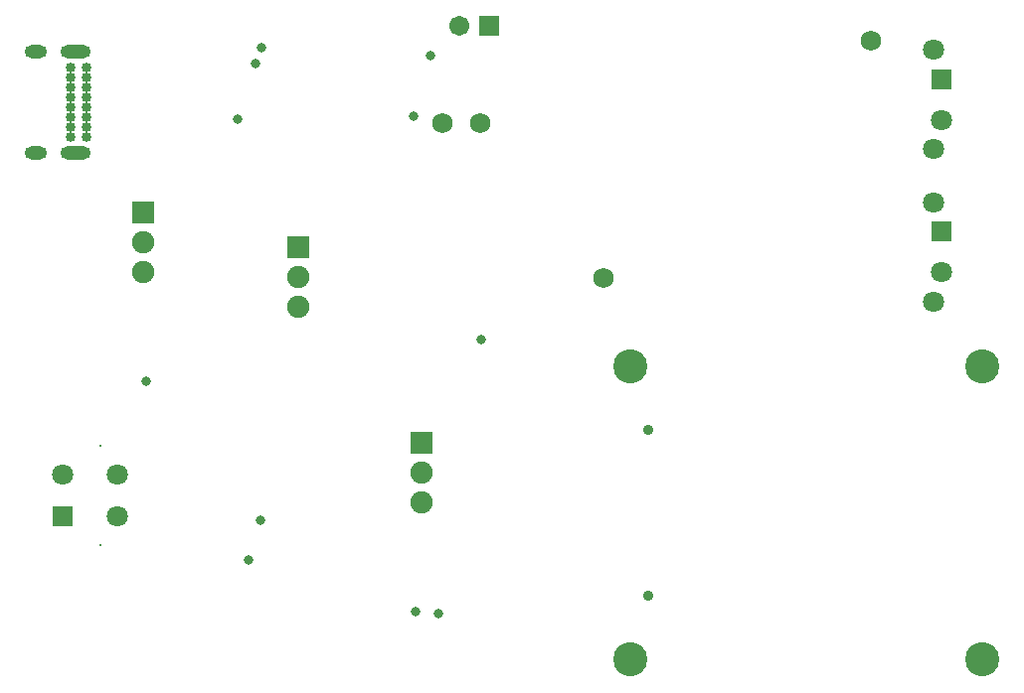
<source format=gbs>
G04*
G04 #@! TF.GenerationSoftware,Altium Limited,Altium Designer,19.0.15 (446)*
G04*
G04 Layer_Color=16711935*
%FSLAX25Y25*%
%MOIN*%
G70*
G01*
G75*
%ADD84R,0.07493X0.07493*%
%ADD85C,0.07493*%
%ADD86C,0.00800*%
%ADD87C,0.07099*%
%ADD88R,0.07099X0.07099*%
%ADD89C,0.06800*%
%ADD90C,0.03359*%
%ADD91O,0.10249X0.04343*%
%ADD92O,0.07493X0.04343*%
%ADD93R,0.06706X0.06706*%
%ADD94C,0.06706*%
%ADD95C,0.03556*%
%ADD96C,0.11430*%
%ADD97C,0.03162*%
D84*
X136614Y82441D02*
D03*
X43307Y160000D02*
D03*
X95276Y148189D02*
D03*
D85*
X136614Y72441D02*
D03*
Y62441D02*
D03*
X43307Y150000D02*
D03*
Y140000D02*
D03*
X95276Y128189D02*
D03*
Y138189D02*
D03*
D86*
X29055Y48228D02*
D03*
Y81693D02*
D03*
D87*
X34646Y58071D02*
D03*
Y71850D02*
D03*
X16535D02*
D03*
X311024Y139764D02*
D03*
X308543Y163386D02*
D03*
Y129921D02*
D03*
X311024Y190945D02*
D03*
X308543Y214567D02*
D03*
Y181102D02*
D03*
D88*
X16535Y58071D02*
D03*
X311024Y153543D02*
D03*
Y204724D02*
D03*
D89*
X143701Y189961D02*
D03*
X156496D02*
D03*
X197835Y137795D02*
D03*
X287402Y217520D02*
D03*
D90*
X24507Y208563D02*
D03*
Y205216D02*
D03*
Y201870D02*
D03*
Y198523D02*
D03*
Y195177D02*
D03*
Y191830D02*
D03*
Y188484D02*
D03*
Y185137D02*
D03*
X19193D02*
D03*
Y188484D02*
D03*
Y191830D02*
D03*
Y195177D02*
D03*
Y198523D02*
D03*
Y201870D02*
D03*
Y205216D02*
D03*
Y208563D02*
D03*
D91*
X20650Y213878D02*
D03*
Y179822D02*
D03*
D92*
X7342D02*
D03*
Y213878D02*
D03*
D93*
X159449Y222441D02*
D03*
D94*
X149449D02*
D03*
D95*
X212598Y31299D02*
D03*
Y86811D02*
D03*
D96*
X206693Y108268D02*
D03*
X324803D02*
D03*
Y9843D02*
D03*
X206693D02*
D03*
D97*
X156693Y117323D02*
D03*
X134252Y192126D02*
D03*
X75197Y191339D02*
D03*
X81102Y209842D02*
D03*
X83071Y215354D02*
D03*
X78740Y43307D02*
D03*
X82677Y56693D02*
D03*
X139764Y212598D02*
D03*
X142520Y25197D02*
D03*
X134646Y25984D02*
D03*
X44488Y103150D02*
D03*
M02*

</source>
